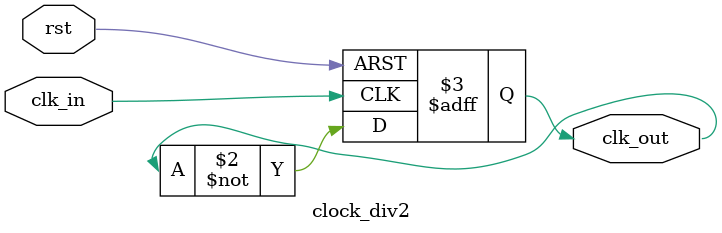
<source format=sv>
module clock_div2 (
    input  logic clk_in,    // 8.8 MHz
    input  logic rst,
    output logic clk_out    // 4.4 MHz 
);

    always_ff @(posedge clk_in or posedge rst) begin
        if (rst)
            clk_out <= 1'b0;
        else
            clk_out <= ~clk_out; // new edge only on rising edges of the original
    end

endmodule

</source>
